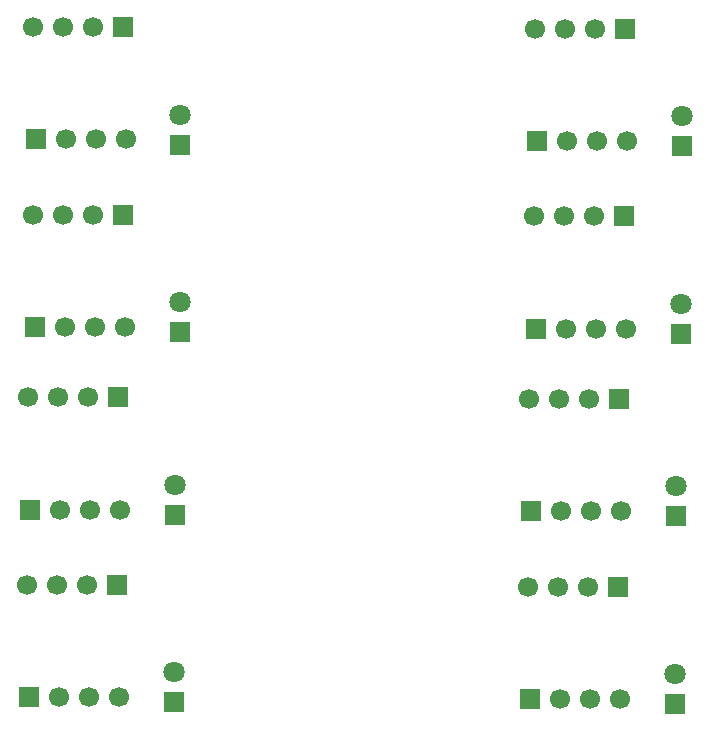
<source format=gbr>
%TF.GenerationSoftware,KiCad,Pcbnew,9.0.2*%
%TF.CreationDate,2025-11-07T14:57:23+01:00*%
%TF.ProjectId,Digispark_USB_Panel,44696769-7370-4617-926b-5f5553425f50,rev?*%
%TF.SameCoordinates,Original*%
%TF.FileFunction,Soldermask,Bot*%
%TF.FilePolarity,Negative*%
%FSLAX46Y46*%
G04 Gerber Fmt 4.6, Leading zero omitted, Abs format (unit mm)*
G04 Created by KiCad (PCBNEW 9.0.2) date 2025-11-07 14:57:23*
%MOMM*%
%LPD*%
G01*
G04 APERTURE LIST*
%ADD10R,1.700000X1.700000*%
%ADD11C,1.700000*%
%ADD12R,1.800000X1.800000*%
%ADD13C,1.800000*%
G04 APERTURE END LIST*
D10*
%TO.C,J2*%
X134286050Y-102487600D03*
D11*
X131746050Y-102487600D03*
X129206050Y-102487600D03*
X126666050Y-102487600D03*
%TD*%
D12*
%TO.C,D3*%
X139112050Y-112419000D03*
D13*
X139112050Y-109879000D03*
%TD*%
D10*
%TO.C,J1*%
X126843850Y-111987200D03*
D11*
X129383850Y-111987200D03*
X131923850Y-111987200D03*
X134463850Y-111987200D03*
%TD*%
%TO.C,J2*%
X126595400Y-118375800D03*
X129135400Y-118375800D03*
X131675400Y-118375800D03*
D10*
X134215400Y-118375800D03*
%TD*%
D13*
%TO.C,D3*%
X139041400Y-125767200D03*
D12*
X139041400Y-128307200D03*
%TD*%
D11*
%TO.C,J1*%
X134393200Y-127875400D03*
X131853200Y-127875400D03*
X129313200Y-127875400D03*
D10*
X126773200Y-127875400D03*
%TD*%
D11*
%TO.C,J2*%
X127146850Y-71141000D03*
X129686850Y-71141000D03*
X132226850Y-71141000D03*
D10*
X134766850Y-71141000D03*
%TD*%
D11*
%TO.C,J2*%
X127076200Y-87029200D03*
X129616200Y-87029200D03*
X132156200Y-87029200D03*
D10*
X134696200Y-87029200D03*
%TD*%
D11*
%TO.C,J1*%
X134944650Y-80640600D03*
X132404650Y-80640600D03*
X129864650Y-80640600D03*
D10*
X127324650Y-80640600D03*
%TD*%
D13*
%TO.C,D3*%
X139522200Y-94420600D03*
D12*
X139522200Y-96960600D03*
%TD*%
D11*
%TO.C,J1*%
X134874000Y-96528800D03*
X132334000Y-96528800D03*
X129794000Y-96528800D03*
D10*
X127254000Y-96528800D03*
%TD*%
D13*
%TO.C,D3*%
X139592850Y-78532400D03*
D12*
X139592850Y-81072400D03*
%TD*%
D13*
%TO.C,D3*%
X181468050Y-125893000D03*
D12*
X181468050Y-128433000D03*
%TD*%
D11*
%TO.C,J2*%
X169092700Y-102613400D03*
X171632700Y-102613400D03*
X174172700Y-102613400D03*
D10*
X176712700Y-102613400D03*
%TD*%
D13*
%TO.C,D3*%
X181538700Y-110004800D03*
D12*
X181538700Y-112544800D03*
%TD*%
D11*
%TO.C,J1*%
X176890500Y-112113000D03*
X174350500Y-112113000D03*
X171810500Y-112113000D03*
D10*
X169270500Y-112113000D03*
%TD*%
D11*
%TO.C,J2*%
X169022050Y-118501600D03*
X171562050Y-118501600D03*
X174102050Y-118501600D03*
D10*
X176642050Y-118501600D03*
%TD*%
D11*
%TO.C,J2*%
X169502850Y-87155000D03*
X172042850Y-87155000D03*
X174582850Y-87155000D03*
D10*
X177122850Y-87155000D03*
%TD*%
D11*
%TO.C,J1*%
X177300650Y-96654600D03*
X174760650Y-96654600D03*
X172220650Y-96654600D03*
D10*
X169680650Y-96654600D03*
%TD*%
D11*
%TO.C,J1*%
X177371300Y-80766400D03*
X174831300Y-80766400D03*
X172291300Y-80766400D03*
D10*
X169751300Y-80766400D03*
%TD*%
D13*
%TO.C,D3*%
X181948850Y-94546400D03*
D12*
X181948850Y-97086400D03*
%TD*%
D11*
%TO.C,J1*%
X176819850Y-128001200D03*
X174279850Y-128001200D03*
X171739850Y-128001200D03*
D10*
X169199850Y-128001200D03*
%TD*%
D11*
%TO.C,J2*%
X169573500Y-71266800D03*
X172113500Y-71266800D03*
X174653500Y-71266800D03*
D10*
X177193500Y-71266800D03*
%TD*%
D13*
%TO.C,D3*%
X182019500Y-78658200D03*
D12*
X182019500Y-81198200D03*
%TD*%
M02*

</source>
